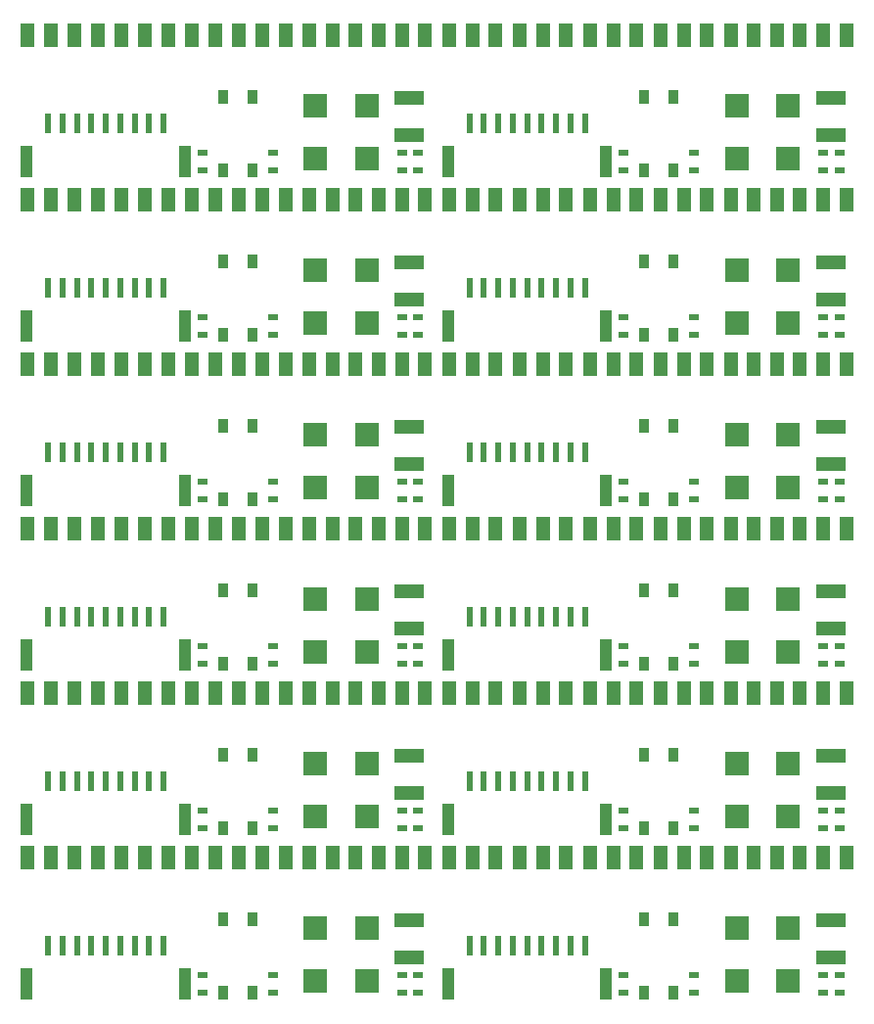
<source format=gtp>
G04 Layer_Color=8421504*
%FSLAX25Y25*%
%MOIN*%
G70*
G01*
G75*
%ADD10R,0.03937X0.10630*%
%ADD11R,0.02362X0.07087*%
%ADD12R,0.04724X0.07874*%
%ADD13R,0.08000X0.08000*%
%ADD14R,0.03600X0.02400*%
%ADD15R,0.03200X0.04800*%
%ADD16R,0.10000X0.04800*%
D10*
X57653Y7205D02*
D03*
X3717D02*
D03*
X201153D02*
D03*
X147216D02*
D03*
X57653Y63205D02*
D03*
X3717D02*
D03*
X201153D02*
D03*
X147216D02*
D03*
X57653Y119205D02*
D03*
X3717D02*
D03*
X201153D02*
D03*
X147216D02*
D03*
X57653Y175205D02*
D03*
X3717D02*
D03*
X201153D02*
D03*
X147216D02*
D03*
X57653Y231205D02*
D03*
X3717D02*
D03*
X201153D02*
D03*
X147216D02*
D03*
X57653Y287205D02*
D03*
X3717D02*
D03*
X201153D02*
D03*
X147216D02*
D03*
D11*
X50370Y20000D02*
D03*
X45449D02*
D03*
X40528D02*
D03*
X35606D02*
D03*
X30685D02*
D03*
X25764D02*
D03*
X20843D02*
D03*
X15921D02*
D03*
X11000D02*
D03*
X193870D02*
D03*
X188949D02*
D03*
X184028D02*
D03*
X179106D02*
D03*
X174185D02*
D03*
X169264D02*
D03*
X164342D02*
D03*
X159421D02*
D03*
X154500D02*
D03*
X50370Y76000D02*
D03*
X45449D02*
D03*
X40528D02*
D03*
X35606D02*
D03*
X30685D02*
D03*
X25764D02*
D03*
X20843D02*
D03*
X15921D02*
D03*
X11000D02*
D03*
X193870D02*
D03*
X188949D02*
D03*
X184028D02*
D03*
X179106D02*
D03*
X174185D02*
D03*
X169264D02*
D03*
X164342D02*
D03*
X159421D02*
D03*
X154500D02*
D03*
X50370Y132000D02*
D03*
X45449D02*
D03*
X40528D02*
D03*
X35606D02*
D03*
X30685D02*
D03*
X25764D02*
D03*
X20843D02*
D03*
X15921D02*
D03*
X11000D02*
D03*
X193870D02*
D03*
X188949D02*
D03*
X184028D02*
D03*
X179106D02*
D03*
X174185D02*
D03*
X169264D02*
D03*
X164342D02*
D03*
X159421D02*
D03*
X154500D02*
D03*
X50370Y188000D02*
D03*
X45449D02*
D03*
X40528D02*
D03*
X35606D02*
D03*
X30685D02*
D03*
X25764D02*
D03*
X20843D02*
D03*
X15921D02*
D03*
X11000D02*
D03*
X193870D02*
D03*
X188949D02*
D03*
X184028D02*
D03*
X179106D02*
D03*
X174185D02*
D03*
X169264D02*
D03*
X164342D02*
D03*
X159421D02*
D03*
X154500D02*
D03*
X50370Y244000D02*
D03*
X45449D02*
D03*
X40528D02*
D03*
X35606D02*
D03*
X30685D02*
D03*
X25764D02*
D03*
X20843D02*
D03*
X15921D02*
D03*
X11000D02*
D03*
X193870D02*
D03*
X188949D02*
D03*
X184028D02*
D03*
X179106D02*
D03*
X174185D02*
D03*
X169264D02*
D03*
X164342D02*
D03*
X159421D02*
D03*
X154500D02*
D03*
X50370Y300000D02*
D03*
X45449D02*
D03*
X40528D02*
D03*
X35606D02*
D03*
X30685D02*
D03*
X25764D02*
D03*
X20843D02*
D03*
X15921D02*
D03*
X11000D02*
D03*
X193870D02*
D03*
X188949D02*
D03*
X184028D02*
D03*
X179106D02*
D03*
X174185D02*
D03*
X169264D02*
D03*
X164342D02*
D03*
X159421D02*
D03*
X154500D02*
D03*
D12*
X139374Y50000D02*
D03*
X131500D02*
D03*
X123626D02*
D03*
X19874D02*
D03*
X12000D02*
D03*
X4126D02*
D03*
X115748D02*
D03*
X107874D02*
D03*
X100000D02*
D03*
X91874D02*
D03*
X84000D02*
D03*
X76126D02*
D03*
X67874D02*
D03*
X60000D02*
D03*
X52126D02*
D03*
X43874D02*
D03*
X36000D02*
D03*
X28126D02*
D03*
X282874D02*
D03*
X275000D02*
D03*
X267126D02*
D03*
X163374D02*
D03*
X155500D02*
D03*
X147626D02*
D03*
X259248D02*
D03*
X251374D02*
D03*
X243500D02*
D03*
X235374D02*
D03*
X227500D02*
D03*
X219626D02*
D03*
X211374D02*
D03*
X203500D02*
D03*
X195626D02*
D03*
X187374D02*
D03*
X179500D02*
D03*
X171626D02*
D03*
X139374Y106000D02*
D03*
X131500D02*
D03*
X123626D02*
D03*
X19874D02*
D03*
X12000D02*
D03*
X4126D02*
D03*
X115748D02*
D03*
X107874D02*
D03*
X100000D02*
D03*
X91874D02*
D03*
X84000D02*
D03*
X76126D02*
D03*
X67874D02*
D03*
X60000D02*
D03*
X52126D02*
D03*
X43874D02*
D03*
X36000D02*
D03*
X28126D02*
D03*
X282874D02*
D03*
X275000D02*
D03*
X267126D02*
D03*
X163374D02*
D03*
X155500D02*
D03*
X147626D02*
D03*
X259248D02*
D03*
X251374D02*
D03*
X243500D02*
D03*
X235374D02*
D03*
X227500D02*
D03*
X219626D02*
D03*
X211374D02*
D03*
X203500D02*
D03*
X195626D02*
D03*
X187374D02*
D03*
X179500D02*
D03*
X171626D02*
D03*
X139374Y162000D02*
D03*
X131500D02*
D03*
X123626D02*
D03*
X19874D02*
D03*
X12000D02*
D03*
X4126D02*
D03*
X115748D02*
D03*
X107874D02*
D03*
X100000D02*
D03*
X91874D02*
D03*
X84000D02*
D03*
X76126D02*
D03*
X67874D02*
D03*
X60000D02*
D03*
X52126D02*
D03*
X43874D02*
D03*
X36000D02*
D03*
X28126D02*
D03*
X282874D02*
D03*
X275000D02*
D03*
X267126D02*
D03*
X163374D02*
D03*
X155500D02*
D03*
X147626D02*
D03*
X259248D02*
D03*
X251374D02*
D03*
X243500D02*
D03*
X235374D02*
D03*
X227500D02*
D03*
X219626D02*
D03*
X211374D02*
D03*
X203500D02*
D03*
X195626D02*
D03*
X187374D02*
D03*
X179500D02*
D03*
X171626D02*
D03*
X139374Y218000D02*
D03*
X131500D02*
D03*
X123626D02*
D03*
X19874D02*
D03*
X12000D02*
D03*
X4126D02*
D03*
X115748D02*
D03*
X107874D02*
D03*
X100000D02*
D03*
X91874D02*
D03*
X84000D02*
D03*
X76126D02*
D03*
X67874D02*
D03*
X60000D02*
D03*
X52126D02*
D03*
X43874D02*
D03*
X36000D02*
D03*
X28126D02*
D03*
X282874D02*
D03*
X275000D02*
D03*
X267126D02*
D03*
X163374D02*
D03*
X155500D02*
D03*
X147626D02*
D03*
X259248D02*
D03*
X251374D02*
D03*
X243500D02*
D03*
X235374D02*
D03*
X227500D02*
D03*
X219626D02*
D03*
X211374D02*
D03*
X203500D02*
D03*
X195626D02*
D03*
X187374D02*
D03*
X179500D02*
D03*
X171626D02*
D03*
X139374Y274000D02*
D03*
X131500D02*
D03*
X123626D02*
D03*
X19874D02*
D03*
X12000D02*
D03*
X4126D02*
D03*
X115748D02*
D03*
X107874D02*
D03*
X100000D02*
D03*
X91874D02*
D03*
X84000D02*
D03*
X76126D02*
D03*
X67874D02*
D03*
X60000D02*
D03*
X52126D02*
D03*
X43874D02*
D03*
X36000D02*
D03*
X28126D02*
D03*
X282874D02*
D03*
X275000D02*
D03*
X267126D02*
D03*
X163374D02*
D03*
X155500D02*
D03*
X147626D02*
D03*
X259248D02*
D03*
X251374D02*
D03*
X243500D02*
D03*
X235374D02*
D03*
X227500D02*
D03*
X219626D02*
D03*
X211374D02*
D03*
X203500D02*
D03*
X195626D02*
D03*
X187374D02*
D03*
X179500D02*
D03*
X171626D02*
D03*
X139374Y330000D02*
D03*
X131500D02*
D03*
X123626D02*
D03*
X19874D02*
D03*
X12000D02*
D03*
X4126D02*
D03*
X115748D02*
D03*
X107874D02*
D03*
X100000D02*
D03*
X91874D02*
D03*
X84000D02*
D03*
X76126D02*
D03*
X67874D02*
D03*
X60000D02*
D03*
X52126D02*
D03*
X43874D02*
D03*
X36000D02*
D03*
X28126D02*
D03*
X282874D02*
D03*
X275000D02*
D03*
X267126D02*
D03*
X163374D02*
D03*
X155500D02*
D03*
X147626D02*
D03*
X259248D02*
D03*
X251374D02*
D03*
X243500D02*
D03*
X235374D02*
D03*
X227500D02*
D03*
X219626D02*
D03*
X211374D02*
D03*
X203500D02*
D03*
X195626D02*
D03*
X187374D02*
D03*
X179500D02*
D03*
X171626D02*
D03*
D13*
X119500Y8000D02*
D03*
Y26000D02*
D03*
X102000Y8000D02*
D03*
Y26000D02*
D03*
X263000Y8000D02*
D03*
Y26000D02*
D03*
X245500Y8000D02*
D03*
Y26000D02*
D03*
X119500Y64000D02*
D03*
Y82000D02*
D03*
X102000Y64000D02*
D03*
Y82000D02*
D03*
X263000Y64000D02*
D03*
Y82000D02*
D03*
X245500Y64000D02*
D03*
Y82000D02*
D03*
X119500Y120000D02*
D03*
Y138000D02*
D03*
X102000Y120000D02*
D03*
Y138000D02*
D03*
X263000Y120000D02*
D03*
Y138000D02*
D03*
X245500Y120000D02*
D03*
Y138000D02*
D03*
X119500Y176000D02*
D03*
Y194000D02*
D03*
X102000Y176000D02*
D03*
Y194000D02*
D03*
X263000Y176000D02*
D03*
Y194000D02*
D03*
X245500Y176000D02*
D03*
Y194000D02*
D03*
X119500Y232000D02*
D03*
Y250000D02*
D03*
X102000Y232000D02*
D03*
Y250000D02*
D03*
X263000Y232000D02*
D03*
Y250000D02*
D03*
X245500Y232000D02*
D03*
Y250000D02*
D03*
X119500Y288000D02*
D03*
Y306000D02*
D03*
X102000Y288000D02*
D03*
Y306000D02*
D03*
X263000Y288000D02*
D03*
Y306000D02*
D03*
X245500Y288000D02*
D03*
Y306000D02*
D03*
D14*
X87500Y3950D02*
D03*
Y10050D02*
D03*
X63500Y3950D02*
D03*
Y10050D02*
D03*
X131500D02*
D03*
Y3950D02*
D03*
X137000Y4024D02*
D03*
Y9976D02*
D03*
X231000Y3950D02*
D03*
Y10050D02*
D03*
X207000Y3950D02*
D03*
Y10050D02*
D03*
X275000D02*
D03*
Y3950D02*
D03*
X280500Y4024D02*
D03*
Y9976D02*
D03*
X87500Y59950D02*
D03*
Y66050D02*
D03*
X63500Y59950D02*
D03*
Y66050D02*
D03*
X131500D02*
D03*
Y59950D02*
D03*
X137000Y60024D02*
D03*
Y65976D02*
D03*
X231000Y59950D02*
D03*
Y66050D02*
D03*
X207000Y59950D02*
D03*
Y66050D02*
D03*
X275000D02*
D03*
Y59950D02*
D03*
X280500Y60024D02*
D03*
Y65976D02*
D03*
X87500Y115950D02*
D03*
Y122050D02*
D03*
X63500Y115950D02*
D03*
Y122050D02*
D03*
X131500D02*
D03*
Y115950D02*
D03*
X137000Y116024D02*
D03*
Y121976D02*
D03*
X231000Y115950D02*
D03*
Y122050D02*
D03*
X207000Y115950D02*
D03*
Y122050D02*
D03*
X275000D02*
D03*
Y115950D02*
D03*
X280500Y116024D02*
D03*
Y121976D02*
D03*
X87500Y171950D02*
D03*
Y178050D02*
D03*
X63500Y171950D02*
D03*
Y178050D02*
D03*
X131500D02*
D03*
Y171950D02*
D03*
X137000Y172024D02*
D03*
Y177976D02*
D03*
X231000Y171950D02*
D03*
Y178050D02*
D03*
X207000Y171950D02*
D03*
Y178050D02*
D03*
X275000D02*
D03*
Y171950D02*
D03*
X280500Y172024D02*
D03*
Y177976D02*
D03*
X87500Y227950D02*
D03*
Y234050D02*
D03*
X63500Y227950D02*
D03*
Y234050D02*
D03*
X131500D02*
D03*
Y227950D02*
D03*
X137000Y228024D02*
D03*
Y233976D02*
D03*
X231000Y227950D02*
D03*
Y234050D02*
D03*
X207000Y227950D02*
D03*
Y234050D02*
D03*
X275000D02*
D03*
Y227950D02*
D03*
X280500Y228024D02*
D03*
Y233976D02*
D03*
X87500Y283950D02*
D03*
Y290050D02*
D03*
X63500Y283950D02*
D03*
Y290050D02*
D03*
X131500D02*
D03*
Y283950D02*
D03*
X137000Y284024D02*
D03*
Y289976D02*
D03*
X231000Y283950D02*
D03*
Y290050D02*
D03*
X207000Y283950D02*
D03*
Y290050D02*
D03*
X275000D02*
D03*
Y283950D02*
D03*
X280500Y284024D02*
D03*
Y289976D02*
D03*
D15*
X80500Y29000D02*
D03*
X70500D02*
D03*
Y4098D02*
D03*
X80500D02*
D03*
X224000Y29000D02*
D03*
X214000D02*
D03*
Y4098D02*
D03*
X224000D02*
D03*
X80500Y85000D02*
D03*
X70500D02*
D03*
Y60098D02*
D03*
X80500D02*
D03*
X224000Y85000D02*
D03*
X214000D02*
D03*
Y60098D02*
D03*
X224000D02*
D03*
X80500Y141000D02*
D03*
X70500D02*
D03*
Y116098D02*
D03*
X80500D02*
D03*
X224000Y141000D02*
D03*
X214000D02*
D03*
Y116098D02*
D03*
X224000D02*
D03*
X80500Y197000D02*
D03*
X70500D02*
D03*
Y172098D02*
D03*
X80500D02*
D03*
X224000Y197000D02*
D03*
X214000D02*
D03*
Y172098D02*
D03*
X224000D02*
D03*
X80500Y253000D02*
D03*
X70500D02*
D03*
Y228098D02*
D03*
X80500D02*
D03*
X224000Y253000D02*
D03*
X214000D02*
D03*
Y228098D02*
D03*
X224000D02*
D03*
X80500Y309000D02*
D03*
X70500D02*
D03*
Y284098D02*
D03*
X80500D02*
D03*
X224000Y309000D02*
D03*
X214000D02*
D03*
Y284098D02*
D03*
X224000D02*
D03*
D16*
X134000Y28800D02*
D03*
Y16201D02*
D03*
X277500Y28800D02*
D03*
Y16201D02*
D03*
X134000Y84800D02*
D03*
Y72201D02*
D03*
X277500Y84800D02*
D03*
Y72201D02*
D03*
X134000Y140800D02*
D03*
Y128201D02*
D03*
X277500Y140800D02*
D03*
Y128201D02*
D03*
X134000Y196800D02*
D03*
Y184201D02*
D03*
X277500Y196800D02*
D03*
Y184201D02*
D03*
X134000Y252800D02*
D03*
Y240201D02*
D03*
X277500Y252800D02*
D03*
Y240201D02*
D03*
X134000Y308800D02*
D03*
Y296201D02*
D03*
X277500Y308800D02*
D03*
Y296201D02*
D03*
M02*

</source>
